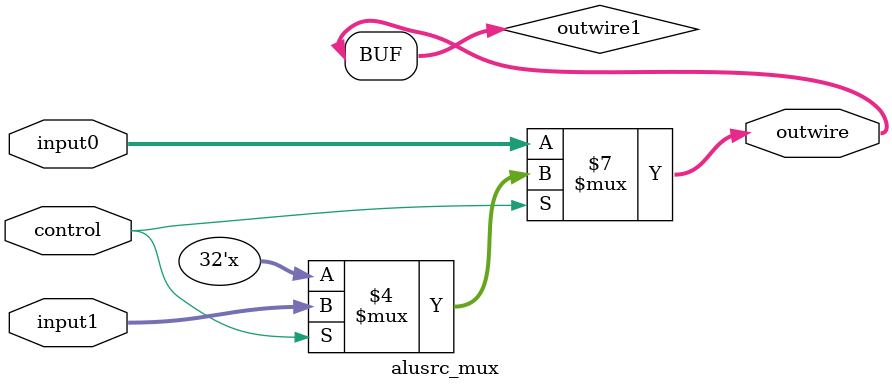
<source format=v>
`timescale 1ns / 1ps


module alusrc_mux(
    input wire control,
    input wire [31:0] input0,
    input wire [31:0] input1,
    output wire [31:0] outwire
    );
    reg [31:0] outwire1;
    //state machine that switch the output
    always @(*) begin
    if (control==0) outwire1<=input0;
    else if(control==1) outwire1<=input1;
    end
    assign outwire=outwire1;
endmodule

</source>
